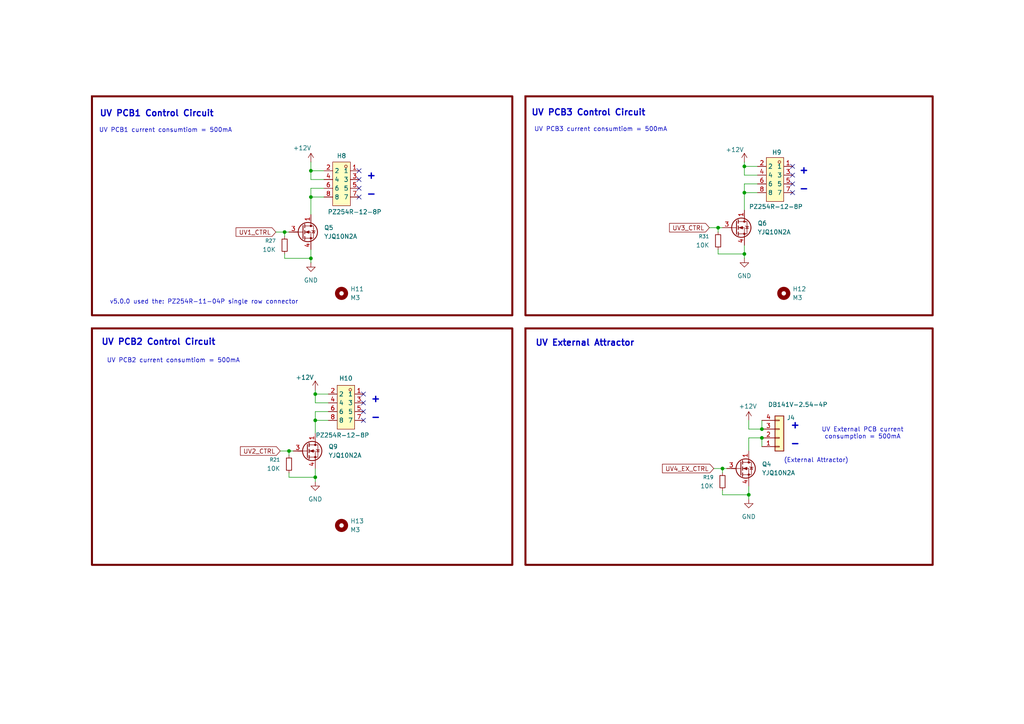
<source format=kicad_sch>
(kicad_sch (version 20250114) (generator "eeschema") (generator_version "9.0")
  (paper "A4")
  (title_block (title "MothBox") (date "2025-12-17") (rev "5.0.4") (company "Digital Naturalism Laboritories"))
  (lib_symbols
    (symbol "MothBox_Symbol_Library:+12V" (power) (pin_numbers (hide yes)) (pin_names (offset 0) (hide yes))
      (property "Value" "+12V" (at 0 3.556 0))
      (symbol "+12V_0_1"
        (polyline (pts (xy -0.762 1.27) (xy 0 2.54)))
        (polyline (pts (xy 0 2.54) (xy 0.762 1.27)))
        (polyline (pts (xy 0 0) (xy 0 2.54)))
      )
      (symbol "+12V_1_1"
        (pin power_in line (at 0 0 90) (length 0) (name "~") (number "1"))
      )
    )
    (symbol "MothBox_Symbol_Library:Conn_01x04" (pin_names (offset 1.016) (hide yes))
      (property "Reference" "J" (at 0 5.08 0))
      (property "Value" "Conn_01x04" (at 0 -7.62 0))
      (symbol "Conn_01x04_1_1"
        (rectangle (start -1.27 3.81) (end 1.27 -6.35) (stroke (width 0.254)) (fill (type background)))
        (rectangle (start -1.27 2.667) (end 0 2.413) (stroke (width 0.1524)))
        (rectangle (start -1.27 0.127) (end 0 -0.127) (stroke (width 0.1524)))
        (rectangle (start -1.27 -2.413) (end 0 -2.667) (stroke (width 0.1524)))
        (rectangle (start -1.27 -4.953) (end 0 -5.207) (stroke (width 0.1524)))
        (pin passive line (at -5.08 2.54 0) (length 3.81) (name "Pin_1") (number "1"))
        (pin passive line (at -5.08 0 0) (length 3.81) (name "Pin_2") (number "2"))
        (pin passive line (at -5.08 -2.54 0) (length 3.81) (name "Pin_3") (number "3"))
        (pin passive line (at -5.08 -5.08 0) (length 3.81) (name "Pin_4") (number "4"))
      )
    )
    (symbol "MothBox_Symbol_Library:GND" (power) (pin_numbers (hide yes)) (pin_names (offset 0) (hide yes))
      (property "Value" "GND" (at 0 -3.81 0))
      (symbol "GND_0_1"
        (polyline (pts (xy 0 0) (xy 0 -1.27) (xy 1.27 -1.27) (xy 0 -2.54) (xy -1.27 -1.27) (xy 0 -1.27)))
      )
      (symbol "GND_1_1"
        (pin power_in line (at 0 0 270) (length 0) (name "~") (number "1"))
      )
    )
    (symbol "MothBox_Symbol_Library:MountingHole" (pin_names (offset 1.016)) (in_bom no)
      (property "Reference" "H" (at 0 5.08 0))
      (property "Value" "MountingHole" (at 0 3.175 0))
      (symbol "MountingHole_0_1"
        (circle (center 0 0) (radius 1.27) (stroke (width 1.27)))
      )
    )
    (symbol "MothBox_Symbol_Library:PZ254R-12-8P"
      (property "Reference" "H" (at 0 8.89 0))
      (property "Value" "PZ254R-12-8P" (at 0 -8.89 0))
      (symbol "PZ254R-12-8P_0_1"
        (rectangle (start -2.54 6.35) (end 2.54 -6.35) (fill (type background)))
        (circle (center -1.27 5.08) (radius 0.38))
        (pin unspecified line (at -5.08 3.81 0) (length 2.54) (name "1") (number "1"))
        (pin unspecified line (at -5.08 1.27 0) (length 2.54) (name "3") (number "3"))
        (pin unspecified line (at -5.08 -1.27 0) (length 2.54) (name "5") (number "5"))
        (pin unspecified line (at -5.08 -3.81 0) (length 2.54) (name "7") (number "7"))
        (pin unspecified line (at 5.08 3.81 180) (length 2.54) (name "2") (number "2"))
        (pin unspecified line (at 5.08 1.27 180) (length 2.54) (name "4") (number "4"))
        (pin unspecified line (at 5.08 -1.27 180) (length 2.54) (name "6") (number "6"))
        (pin unspecified line (at 5.08 -3.81 180) (length 2.54) (name "8") (number "8"))
      )
    )
    (symbol "MothBox_Symbol_Library:R_Small" (pin_numbers (hide yes)) (pin_names (offset 0.254) (hide yes))
      (property "Reference" "R" (at 0 0 90))
      (property "Value" "R_Small" (at 1.778 0 90))
      (symbol "R_Small_0_1"
        (rectangle (start -0.762 1.778) (end 0.762 -1.778) (stroke (width 0.2032)))
      )
      (symbol "R_Small_1_1"
        (pin passive line (at 0 2.54 270) (length 0.762) (name "~") (number "1"))
        (pin passive line (at 0 -2.54 90) (length 0.762) (name "~") (number "2"))
      )
    )
    (symbol "MothBox_Symbol_Library:YJQ10N2A_1" (pin_names (hide yes))
      (property "Reference" "Q" (at 5.08 1.905 0))
      (property "Value" "YJQ10N2A" (at 5.08 0 0))
      (symbol "YJQ10N2A_1_0_1"
        (polyline (pts (xy 0.254 1.905) (xy 0.254 -1.905)) (stroke (width 0.254)))
        (polyline (pts (xy 0.254 0) (xy -2.54 0)))
        (polyline (pts (xy 0.762 2.286) (xy 0.762 1.27)) (stroke (width 0.254)))
        (polyline (pts (xy 0.762 0.508) (xy 0.762 -0.508)) (stroke (width 0.254)))
        (polyline (pts (xy 0.762 -1.27) (xy 0.762 -2.286)) (stroke (width 0.254)))
        (polyline (pts (xy 0.762 -1.778) (xy 3.302 -1.778) (xy 3.302 1.778) (xy 0.762 1.778)))
        (polyline (pts (xy 1.016 0) (xy 2.032 0.381) (xy 2.032 -0.381) (xy 1.016 0)) (fill (type outline)))
        (circle (center 1.651 0) (radius 2.794) (stroke (width 0.254)))
        (polyline (pts (xy 2.54 2.54) (xy 2.54 1.778)))
        (circle (center 2.54 1.778) (radius 0.254) (fill (type outline)))
        (circle (center 2.54 -1.778) (radius 0.254) (fill (type outline)))
        (polyline (pts (xy 2.54 -2.54) (xy 2.54 0) (xy 0.762 0)))
        (polyline (pts (xy 2.794 0.508) (xy 2.921 0.381) (xy 3.683 0.381) (xy 3.81 0.254)))
        (polyline (pts (xy 3.302 0.381) (xy 2.921 -0.254) (xy 3.683 -0.254) (xy 3.302 0.381)))
      )
      (symbol "YJQ10N2A_1_1_1"
        (pin input line (at -3.81 0 0) (length 2.54) (name "G") (number "3"))
        (pin passive line (at 2.54 5.08 270) (length 2.54) (name "D") (number "1"))
        (pin passive line (at 2.54 5.08 270) (length 2.54) (hide yes) (name "D") (number "2"))
        (pin passive line (at 2.54 5.08 270) (length 2.54) (hide yes) (name "D") (number "5"))
        (pin passive line (at 2.54 5.08 270) (length 2.54) (hide yes) (name "D") (number "6"))
        (pin passive line (at 2.54 5.08 270) (length 2.54) (hide yes) (name "D") (number "8"))
        (pin passive line (at 2.54 -5.08 90) (length 2.54) (name "S") (number "4"))
        (pin passive line (at 2.54 -5.08 90) (length 2.54) (hide yes) (name "S") (number "7"))
      )
    )
  )
  (rectangle (start 26.67 27.94) (end 148.59 91.44) (stroke (width 0.5842) (color 110 0 0 1)))
  (rectangle (start 152.4 27.94) (end 270.51 91.44) (stroke (width 0.5842) (color 110 0 0 1)))
  (rectangle (start 152.4 95.25) (end 270.51 163.83) (stroke (width 0.5842) (color 110 0 0 1)))
  (rectangle (start 26.67 95.25) (end 148.59 163.83) (stroke (width 0.5842) (color 110 0 0 1)))
  (text "-" (at 108.966 121.158 0) (effects (font (size 2 2) (thickness 0.4) (bold yes))))
  (text "UV External Attractor" (at 169.672 99.568 0) (effects (font (size 1.778 1.778) (thickness 0.3556) (bold yes))))
  (text "(External Attractor)" (at 236.728 133.604 0) (effects (font (size 1.27 1.27))))
  (text "-" (at 107.696 56.388 0) (effects (font (size 2 2) (thickness 0.4) (bold yes))))
  (text "+" (at 233.172 49.53 0) (effects (font (size 2 2) (thickness 0.4) (bold yes))))
  (text "+" (at 107.696 51.054 0) (effects (font (size 2 2) (thickness 0.4) (bold yes))))
  (text "UV PCB1 Control Circuit" (at 45.466 33.02 0) (effects (font (size 1.778 1.778) (thickness 0.3556) (bold yes))))
  (text "UV PCB3 Control Circuit" (at 170.688 32.766 0) (effects (font (size 1.778 1.778) (thickness 0.3556) (bold yes))))
  (text "UV PCB1 current consumtiom = 500mA" (at 48.006 37.846 0) (effects (font (size 1.27 1.27))))
  (text "-" (at 233.172 54.864 0) (effects (font (size 2 2) (thickness 0.4) (bold yes))))
  (text "UV PCB2 current consumtiom = 500mA" (at 50.292 104.648 0) (effects (font (size 1.27 1.27))))
  (text "-" (at 230.632 128.778 0) (effects (font (size 2 2) (thickness 0.4) (bold yes))))
  (text "+" (at 108.966 115.824 0) (effects (font (size 2 2) (thickness 0.4) (bold yes))))
  (text "v5.0.0 used the: PZ254R-11-04P single row connector" (at 59.182 87.63 0) (effects (font (size 1.27 1.27))))
  (text "+" (at 230.632 123.444 0) (effects (font (size 2 2) (thickness 0.4) (bold yes))))
  (text "UV PCB3 current consumtiom = 500mA" (at 174.244 37.592 0) (effects (font (size 1.27 1.27))))
  (text "UV PCB2 Control Circuit" (at 45.974 99.314 0) (effects (font (size 1.778 1.778) (thickness 0.3556) (bold yes))))
  (text "UV External PCB current\nconsumption = 500mA" (at 250.19 125.73 0) (effects (font (size 1.27 1.27))))
  (junction (at 83.82 130.81))
  (junction (at 217.17 143.51))
  (junction (at 215.9 55.88))
  (junction (at 220.98 124.46))
  (junction (at 215.9 48.26))
  (junction (at 82.55 67.31))
  (junction (at 91.44 121.92))
  (junction (at 209.55 135.89))
  (junction (at 220.98 127))
  (junction (at 208.28 66.04))
  (junction (at 215.9 73.66))
  (junction (at 90.17 57.15))
  (junction (at 91.44 138.43))
  (junction (at 90.17 74.93))
  (junction (at 90.17 49.53))
  (junction (at 91.44 114.3))
  (no_connect (at 229.87 50.8))
  (no_connect (at 105.41 116.84))
  (no_connect (at 229.87 48.26))
  (no_connect (at 229.87 55.88))
  (no_connect (at 105.41 119.38))
  (no_connect (at 104.14 52.07))
  (no_connect (at 104.14 57.15))
  (no_connect (at 104.14 54.61))
  (no_connect (at 105.41 114.3))
  (no_connect (at 105.41 121.92))
  (no_connect (at 104.14 49.53))
  (no_connect (at 229.87 53.34))
  (wire (pts (xy 219.71 53.34) (xy 215.9 53.34)))
  (wire (pts (xy 207.01 135.89) (xy 209.55 135.89)))
  (wire (pts (xy 91.44 121.92) (xy 91.44 119.38)))
  (wire (pts (xy 93.98 54.61) (xy 90.17 54.61)))
  (wire (pts (xy 82.55 74.93) (xy 90.17 74.93)))
  (wire (pts (xy 209.55 135.89) (xy 209.55 137.16)))
  (wire (pts (xy 83.82 137.16) (xy 83.82 138.43)))
  (wire (pts (xy 220.98 127) (xy 220.98 129.54)))
  (wire (pts (xy 217.17 127) (xy 220.98 127)))
  (wire (pts (xy 217.17 124.46) (xy 220.98 124.46)))
  (wire (pts (xy 90.17 57.15) (xy 90.17 62.23)))
  (wire (pts (xy 209.55 142.24) (xy 209.55 143.51)))
  (wire (pts (xy 83.82 130.81) (xy 85.09 130.81)))
  (wire (pts (xy 95.25 114.3) (xy 91.44 114.3)))
  (wire (pts (xy 91.44 121.92) (xy 95.25 121.92)))
  (wire (pts (xy 215.9 55.88) (xy 215.9 53.34)))
  (wire (pts (xy 215.9 46.99) (xy 215.9 48.26)))
  (wire (pts (xy 91.44 121.92) (xy 91.44 125.73)))
  (wire (pts (xy 217.17 127) (xy 217.17 130.81)))
  (wire (pts (xy 91.44 116.84) (xy 91.44 114.3)))
  (wire (pts (xy 93.98 57.15) (xy 90.17 57.15)))
  (wire (pts (xy 95.25 119.38) (xy 91.44 119.38)))
  (wire (pts (xy 91.44 138.43) (xy 91.44 139.7)))
  (wire (pts (xy 219.71 48.26) (xy 215.9 48.26)))
  (wire (pts (xy 209.55 143.51) (xy 217.17 143.51)))
  (wire (pts (xy 82.55 67.31) (xy 82.55 68.58)))
  (wire (pts (xy 93.98 49.53) (xy 90.17 49.53)))
  (wire (pts (xy 90.17 54.61) (xy 90.17 57.15)))
  (wire (pts (xy 81.28 130.81) (xy 83.82 130.81)))
  (wire (pts (xy 208.28 73.66) (xy 215.9 73.66)))
  (wire (pts (xy 82.55 73.66) (xy 82.55 74.93)))
  (wire (pts (xy 90.17 72.39) (xy 90.17 74.93)))
  (wire (pts (xy 83.82 130.81) (xy 83.82 132.08)))
  (wire (pts (xy 90.17 46.99) (xy 90.17 49.53)))
  (wire (pts (xy 91.44 135.89) (xy 91.44 138.43)))
  (wire (pts (xy 215.9 55.88) (xy 215.9 60.96)))
  (wire (pts (xy 217.17 121.92) (xy 217.17 124.46)))
  (wire (pts (xy 208.28 72.39) (xy 208.28 73.66)))
  (wire (pts (xy 219.71 55.88) (xy 215.9 55.88)))
  (wire (pts (xy 91.44 113.03) (xy 91.44 114.3)))
  (wire (pts (xy 205.74 66.04) (xy 208.28 66.04)))
  (wire (pts (xy 215.9 71.12) (xy 215.9 73.66)))
  (wire (pts (xy 217.17 143.51) (xy 217.17 144.78)))
  (wire (pts (xy 90.17 52.07) (xy 90.17 49.53)))
  (wire (pts (xy 217.17 140.97) (xy 217.17 143.51)))
  (wire (pts (xy 215.9 50.8) (xy 215.9 48.26)))
  (wire (pts (xy 82.55 67.31) (xy 83.82 67.31)))
  (wire (pts (xy 209.55 135.89) (xy 210.82 135.89)))
  (wire (pts (xy 90.17 74.93) (xy 90.17 76.2)))
  (wire (pts (xy 80.01 67.31) (xy 82.55 67.31)))
  (wire (pts (xy 215.9 73.66) (xy 215.9 74.93)))
  (wire (pts (xy 95.25 116.84) (xy 91.44 116.84)))
  (wire (pts (xy 93.98 52.07) (xy 90.17 52.07)))
  (wire (pts (xy 83.82 138.43) (xy 91.44 138.43)))
  (wire (pts (xy 220.98 121.92) (xy 220.98 124.46)))
  (wire (pts (xy 208.28 66.04) (xy 208.28 67.31)))
  (wire (pts (xy 219.71 50.8) (xy 215.9 50.8)))
  (wire (pts (xy 208.28 66.04) (xy 209.55 66.04)))
  (global_label "UV1_CTRL" (shape input) (at 80.01 67.31 180) (property "Intersheetrefs" "${INTERSHEET_REFS}" (effects (hide yes))))
  (global_label "UV4_EX_CTRL" (shape input) (at 207.01 135.89 180) (property "Intersheetrefs" "${INTERSHEET_REFS}" (effects (hide yes))))
  (global_label "UV2_CTRL" (shape input) (at 81.28 130.81 180) (property "Intersheetrefs" "${INTERSHEET_REFS}" (effects (hide yes))))
  (global_label "UV3_CTRL" (shape input) (at 205.74 66.04 180) (property "Intersheetrefs" "${INTERSHEET_REFS}" (effects (hide yes))))
  (symbol (lib_id "MothBox_Symbol_Library:GND") (at 215.9 74.93 0) (unit 1)
    (property "Reference" "#PWR042" (effects (hide yes)))
    (property "Value" "GND" (at 215.9 80.01 0))
    (property "Description" "Power symbol creates a global label with name \"GND\" , ground" (effects (hide yes)))
  )
  (symbol (lib_id "MothBox_Symbol_Library:GND") (at 217.17 144.78 0) (unit 1)
    (property "Reference" "#PWR038" (effects (hide yes)))
    (property "Value" "GND" (at 217.17 149.86 0))
    (property "Description" "Power symbol creates a global label with name \"GND\" , ground" (effects (hide yes)))
  )
  (symbol (lib_id "MothBox_Symbol_Library:+12V") (at 91.44 113.03 0) (mirror y) (unit 1)
    (property "Reference" "#PWR039" (effects (hide yes)))
    (property "Value" "+12V" (at 88.392 109.474 0))
    (property "Description" "Power symbol creates a global label with name \"+12V\"" (effects (hide yes)))
  )
  (symbol (lib_id "MothBox_Symbol_Library:YJQ10N2A_1") (at 213.36 66.04 0) (unit 1)
    (property "Reference" "Q6" (at 219.71 64.7699 0) (effects (justify left)))
    (property "Value" "YJQ10N2A" (at 219.71 67.3099 0) (effects (justify left)))
    (property "Footprint" "MothBox_footprints_Library:U-DFN2020-6_L2.0-W2.0-P0.65-BL" (effects (hide yes)))
    (property "Description" "20V Vds, 10V Vgs, 13A Id, 9.5m Ohm, N-Channel MOSFET, DFN2020-3" (effects (hide yes)))
    (property "LCSC_Part" "C919558" (effects (hide yes)))
  )
  (symbol (lib_id "MothBox_Symbol_Library:Conn_01x04") (at 226.06 127 0) (mirror x) (unit 1)
    (property "Reference" "J4" (at 229.362 121.158 0))
    (property "Value" "DB141V-2.54-4P" (at 231.394 117.348 0))
    (property "Footprint" "MothBox_footprints_Library:CONN-TH_4P-P2.54_DIBO_DB141V-2.54-4P" (effects (hide yes)))
    (property "Description" "Generic connector, single row, 01x04, script generated (kicad-library-utils/schlib/autogen/connector/)" (effects (hide yes)))
    (property "LCSC_Part" "C2898746" (effects (hide yes)))
  )
  (symbol (lib_id "MothBox_Symbol_Library:MountingHole") (at 227.33 85.09 0) (unit 1) (in_bom no)
    (property "Reference" "H12" (at 229.87 83.8199 0) (effects (justify left)))
    (property "Value" "M3" (at 229.87 86.3599 0) (effects (justify left)))
    (property "Footprint" "MountingHole:MountingHole_3.2mm_M3" (effects (hide yes)))
    (property "Description" "attractor Mounting Hole without connection" (effects (hide yes)))
  )
  (symbol (lib_id "MothBox_Symbol_Library:R_Small") (at 208.28 69.85 0) (mirror y) (unit 1)
    (property "Reference" "R31" (at 205.74 68.5799 0) (effects (font (size 1.016 1.016)) (justify left)))
    (property "Value" "10K" (at 205.74 71.1199 0) (effects (justify left)))
    (property "Footprint" "MothBox_footprints_Library:R_0603_1608Metric" (effects (hide yes)))
    (property "Description" "Resistor, small symbol" (effects (hide yes)))
    (property "LCSC_Part" "C25804" (effects (hide yes)))
  )
  (symbol (lib_id "MothBox_Symbol_Library:YJQ10N2A_1") (at 214.63 135.89 0) (unit 1)
    (property "Reference" "Q4" (at 220.98 134.6199 0) (effects (justify left)))
    (property "Value" "YJQ10N2A" (at 220.98 137.1599 0) (effects (justify left)))
    (property "Footprint" "MothBox_footprints_Library:U-DFN2020-6_L2.0-W2.0-P0.65-BL" (effects (hide yes)))
    (property "Description" "20V Vds, 10V Vgs, 13A Id, 9.5m Ohm, N-Channel MOSFET, DFN2020-3" (effects (hide yes)))
    (property "LCSC_Part" "C919558" (effects (hide yes)))
  )
  (symbol (lib_id "MothBox_Symbol_Library:YJQ10N2A_1") (at 88.9 130.81 0) (unit 1)
    (property "Reference" "Q9" (at 95.25 129.5399 0) (effects (justify left)))
    (property "Value" "YJQ10N2A" (at 95.25 132.0799 0) (effects (justify left)))
    (property "Footprint" "MothBox_footprints_Library:U-DFN2020-6_L2.0-W2.0-P0.65-BL" (effects (hide yes)))
    (property "Description" "20V Vds, 10V Vgs, 13A Id, 9.5m Ohm, N-Channel MOSFET, DFN2020-3" (effects (hide yes)))
    (property "LCSC_Part" "C919558" (effects (hide yes)))
  )
  (symbol (lib_id "MothBox_Symbol_Library:PZ254R-12-8P") (at 100.33 118.11 0) (mirror y) (unit 1)
    (property "Reference" "H10" (at 100.33 109.728 0))
    (property "Value" "PZ254R-12-8P" (at 99.314 126.238 0))
    (property "Footprint" "MothBox_footprints_Library:HDR-TH_8P-P2.54-H-M-R2-C4-S2.54" (effects (hide yes)))
    (property "Datasheet" "https://lcsc.com/product-detail/Pin-Header-Female-Header_XFCN-PZ254R-12-8P_C492432.html" (effects (hide yes)))
    (property "LCSC_Part" "C492432" (effects (hide yes)))
  )
  (symbol (lib_id "MothBox_Symbol_Library:+12V") (at 217.17 121.92 0) (mirror y) (unit 1)
    (property "Reference" "#PWR053" (effects (hide yes)))
    (property "Value" "+12V" (at 216.916 117.856 0))
    (property "Description" "Power symbol creates a global label with name \"+12V\"" (effects (hide yes)))
  )
  (symbol (lib_id "MothBox_Symbol_Library:MountingHole") (at 99.06 152.4 0) (unit 1) (in_bom no)
    (property "Reference" "H13" (at 101.6 151.1299 0) (effects (justify left)))
    (property "Value" "M3" (at 101.6 153.6699 0) (effects (justify left)))
    (property "Footprint" "MountingHole:MountingHole_3.2mm_M3" (effects (hide yes)))
    (property "Description" "attractor Mounting Hole without connection" (effects (hide yes)))
  )
  (symbol (lib_id "MothBox_Symbol_Library:GND") (at 91.44 139.7 0) (unit 1)
    (property "Reference" "#PWR044" (effects (hide yes)))
    (property "Value" "GND" (at 91.44 144.78 0))
    (property "Description" "Power symbol creates a global label with name \"GND\" , ground" (effects (hide yes)))
  )
  (symbol (lib_id "MothBox_Symbol_Library:R_Small") (at 83.82 134.62 0) (mirror y) (unit 1)
    (property "Reference" "R21" (at 81.28 133.3499 0) (effects (font (size 1.016 1.016)) (justify left)))
    (property "Value" "10K" (at 81.28 135.8899 0) (effects (justify left)))
    (property "Footprint" "MothBox_footprints_Library:R_0603_1608Metric" (effects (hide yes)))
    (property "Description" "Resistor, small symbol" (effects (hide yes)))
    (property "LCSC_Part" "C25804" (effects (hide yes)))
  )
  (symbol (lib_id "MothBox_Symbol_Library:YJQ10N2A_1") (at 87.63 67.31 0) (unit 1)
    (property "Reference" "Q5" (at 93.98 66.0399 0) (effects (justify left)))
    (property "Value" "YJQ10N2A" (at 93.98 68.5799 0) (effects (justify left)))
    (property "Footprint" "MothBox_footprints_Library:U-DFN2020-6_L2.0-W2.0-P0.65-BL" (effects (hide yes)))
    (property "Description" "20V Vds, 10V Vgs, 13A Id, 9.5m Ohm, N-Channel MOSFET, DFN2020-3" (effects (hide yes)))
    (property "LCSC_Part" "C919558" (effects (hide yes)))
  )
  (symbol (lib_id "MothBox_Symbol_Library:PZ254R-12-8P") (at 99.06 53.34 0) (mirror y) (unit 1)
    (property "Reference" "H8" (at 99.06 45.212 0))
    (property "Value" "PZ254R-12-8P" (at 102.87 61.468 0))
    (property "Footprint" "MothBox_footprints_Library:HDR-TH_8P-P2.54-H-M-R2-C4-S2.54" (effects (hide yes)))
    (property "Datasheet" "https://lcsc.com/product-detail/Pin-Header-Female-Header_XFCN-PZ254R-12-8P_C492432.html" (effects (hide yes)))
    (property "LCSC_Part" "C492432" (effects (hide yes)))
  )
  (symbol (lib_id "MothBox_Symbol_Library:PZ254R-12-8P") (at 224.79 52.07 0) (mirror y) (unit 1)
    (property "Reference" "H9" (at 225.298 44.196 0))
    (property "Value" "PZ254R-12-8P" (at 225.044 59.944 0))
    (property "Footprint" "MothBox_footprints_Library:HDR-TH_8P-P2.54-H-M-R2-C4-S2.54" (effects (hide yes)))
    (property "Datasheet" "https://lcsc.com/product-detail/Pin-Header-Female-Header_XFCN-PZ254R-12-8P_C492432.html" (effects (hide yes)))
    (property "LCSC_Part" "C492432" (effects (hide yes)))
  )
  (symbol (lib_id "MothBox_Symbol_Library:+12V") (at 215.9 46.99 0) (unit 1)
    (property "Reference" "#PWR043" (effects (hide yes)))
    (property "Value" "+12V" (at 213.106 43.434 0))
    (property "Description" "Power symbol creates a global label with name \"+12V\"" (effects (hide yes)))
  )
  (symbol (lib_id "MothBox_Symbol_Library:+12V") (at 90.17 46.99 0) (unit 1)
    (property "Reference" "#PWR040" (effects (hide yes)))
    (property "Value" "+12V" (at 87.63 42.926 0))
    (property "Description" "Power symbol creates a global label with name \"+12V\"" (effects (hide yes)))
  )
  (symbol (lib_id "MothBox_Symbol_Library:GND") (at 90.17 76.2 0) (unit 1)
    (property "Reference" "#PWR041" (effects (hide yes)))
    (property "Value" "GND" (at 90.17 81.28 0))
    (property "Description" "Power symbol creates a global label with name \"GND\" , ground" (effects (hide yes)))
  )
  (symbol (lib_id "MothBox_Symbol_Library:MountingHole") (at 99.06 85.09 0) (unit 1) (in_bom no)
    (property "Reference" "H11" (at 101.6 83.8199 0) (effects (justify left)))
    (property "Value" "M3" (at 101.6 86.3599 0) (effects (justify left)))
    (property "Footprint" "MountingHole:MountingHole_3.2mm_M3" (effects (hide yes)))
    (property "Description" "attractor Mounting Hole without connection" (effects (hide yes)))
  )
  (symbol (lib_id "MothBox_Symbol_Library:R_Small") (at 209.55 139.7 0) (mirror y) (unit 1)
    (property "Reference" "R19" (at 207.01 138.4299 0) (effects (font (size 1.016 1.016)) (justify left)))
    (property "Value" "10K" (at 207.01 140.9699 0) (effects (justify left)))
    (property "Footprint" "MothBox_footprints_Library:R_0603_1608Metric" (effects (hide yes)))
    (property "Description" "Resistor, small symbol" (effects (hide yes)))
    (property "LCSC_Part" "C25804" (effects (hide yes)))
  )
  (symbol (lib_id "MothBox_Symbol_Library:R_Small") (at 82.55 71.12 0) (mirror y) (unit 1)
    (property "Reference" "R27" (at 80.01 69.8499 0) (effects (font (size 1.016 1.016)) (justify left)))
    (property "Value" "10K" (at 80.01 72.3899 0) (effects (justify left)))
    (property "Footprint" "MothBox_footprints_Library:R_0603_1608Metric" (effects (hide yes)))
    (property "Description" "Resistor, small symbol" (effects (hide yes)))
    (property "LCSC_Part" "C25804" (effects (hide yes)))
  )
)
</source>
